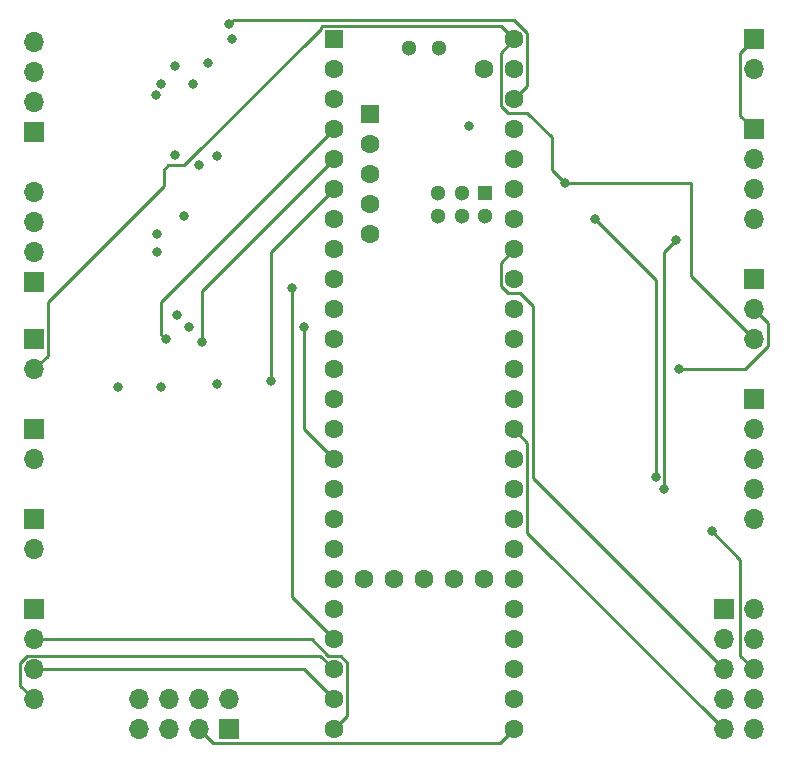
<source format=gbr>
%TF.GenerationSoftware,KiCad,Pcbnew,(5.1.9-0-10_14)*%
%TF.CreationDate,2021-04-06T21:39:04+02:00*%
%TF.ProjectId,Silviaduino,53696c76-6961-4647-9569-6e6f2e6b6963,rev?*%
%TF.SameCoordinates,Original*%
%TF.FileFunction,Copper,L4,Bot*%
%TF.FilePolarity,Positive*%
%FSLAX46Y46*%
G04 Gerber Fmt 4.6, Leading zero omitted, Abs format (unit mm)*
G04 Created by KiCad (PCBNEW (5.1.9-0-10_14)) date 2021-04-06 21:39:04*
%MOMM*%
%LPD*%
G01*
G04 APERTURE LIST*
%TA.AperFunction,ComponentPad*%
%ADD10O,1.700000X1.700000*%
%TD*%
%TA.AperFunction,ComponentPad*%
%ADD11R,1.700000X1.700000*%
%TD*%
%TA.AperFunction,ComponentPad*%
%ADD12C,1.300000*%
%TD*%
%TA.AperFunction,ComponentPad*%
%ADD13C,1.600000*%
%TD*%
%TA.AperFunction,ComponentPad*%
%ADD14R,1.300000X1.300000*%
%TD*%
%TA.AperFunction,ComponentPad*%
%ADD15R,1.600000X1.600000*%
%TD*%
%TA.AperFunction,ViaPad*%
%ADD16C,0.800000*%
%TD*%
%TA.AperFunction,Conductor*%
%ADD17C,0.250000*%
%TD*%
G04 APERTURE END LIST*
D10*
%TO.P,J1,4*%
%TO.N,RTD1F+*%
X154940000Y-53594000D03*
%TO.P,J1,3*%
%TO.N,RTD1IN+*%
X154940000Y-56134000D03*
%TO.P,J1,2*%
%TO.N,RTD1IN-*%
X154940000Y-58674000D03*
D11*
%TO.P,J1,1*%
%TO.N,RTD1F-*%
X154940000Y-61214000D03*
%TD*%
D10*
%TO.P,J12,2*%
%TO.N,GND*%
X215900000Y-55880000D03*
D11*
%TO.P,J12,1*%
%TO.N,+9V*%
X215900000Y-53340000D03*
%TD*%
D12*
%TO.P,U3,66*%
%TO.N,Net-(U3-Pad66)*%
X189230000Y-54070000D03*
%TO.P,U3,67*%
%TO.N,Net-(U3-Pad67)*%
X186690000Y-54070000D03*
D13*
%TO.P,U3,54*%
%TO.N,Net-(U3-Pad54)*%
X193040000Y-99060000D03*
%TO.P,U3,53*%
%TO.N,Net-(U3-Pad53)*%
X190500000Y-99060000D03*
%TO.P,U3,52*%
%TO.N,Net-(U3-Pad52)*%
X187960000Y-99060000D03*
%TO.P,U3,51*%
%TO.N,Net-(U3-Pad51)*%
X185420000Y-99060000D03*
%TO.P,U3,50*%
%TO.N,Net-(U3-Pad50)*%
X182880000Y-99060000D03*
D12*
%TO.P,U3,62*%
%TO.N,Net-(U3-Pad62)*%
X189141600Y-66310000D03*
%TO.P,U3,63*%
%TO.N,Net-(U3-Pad63)*%
X189141600Y-68310000D03*
%TO.P,U3,64*%
%TO.N,Net-(U3-Pad64)*%
X191141600Y-68310000D03*
%TO.P,U3,61*%
%TO.N,Net-(U3-Pad61)*%
X191141600Y-66310000D03*
%TO.P,U3,65*%
%TO.N,Net-(U3-Pad65)*%
X193141600Y-68310000D03*
D14*
%TO.P,U3,60*%
%TO.N,Net-(U3-Pad60)*%
X193141600Y-66310000D03*
D13*
%TO.P,U3,17*%
%TO.N,Net-(U3-Pad17)*%
X180340000Y-93980000D03*
%TO.P,U3,18*%
%TO.N,TEMP_SPI_MOSI*%
X180340000Y-96520000D03*
%TO.P,U3,19*%
%TO.N,TEMP_SPI_SCK*%
X180340000Y-99060000D03*
%TO.P,U3,20*%
%TO.N,TEMP_DRDY0*%
X180340000Y-101600000D03*
%TO.P,U3,16*%
%TO.N,Net-(U3-Pad16)*%
X180340000Y-91440000D03*
%TO.P,U3,15*%
%TO.N,TEMP_DVDD*%
X180340000Y-88900000D03*
%TO.P,U3,14*%
%TO.N,UEXT_MISO*%
X180340000Y-86360000D03*
%TO.P,U3,21*%
%TO.N,TEMP_DRDY1*%
X180340000Y-104140000D03*
%TO.P,U3,22*%
%TO.N,BTN_BREW*%
X180340000Y-106680000D03*
%TO.P,U3,23*%
%TO.N,BTN_WATER*%
X180340000Y-109220000D03*
%TO.P,U3,24*%
%TO.N,BTN_STEAM*%
X180340000Y-111760000D03*
%TO.P,U3,25*%
%TO.N,ESP8266_RST*%
X195580000Y-111760000D03*
%TO.P,U3,26*%
%TO.N,RX_FROM_ESP8266*%
X195580000Y-109220000D03*
%TO.P,U3,27*%
%TO.N,TX_TO_ESP8266*%
X195580000Y-106680000D03*
%TO.P,U3,28*%
%TO.N,ESP8266_CHPD*%
X195580000Y-104140000D03*
%TO.P,U3,29*%
%TO.N,ESP8266_GPIO0*%
X195580000Y-101600000D03*
%TO.P,U3,30*%
%TO.N,TEMP_SPI_CS1*%
X195580000Y-99060000D03*
%TO.P,U3,31*%
%TO.N,ESP8266_GPIO2*%
X195580000Y-96520000D03*
%TO.P,U3,32*%
%TO.N,PROP_SSR_EN*%
X195580000Y-93980000D03*
%TO.P,U3,33*%
%TO.N,Net-(U3-Pad33)*%
X195580000Y-91440000D03*
%TO.P,U3,34*%
%TO.N,GND*%
X195580000Y-88900000D03*
%TO.P,U3,13*%
%TO.N,UEXT_MOSI*%
X180340000Y-83820000D03*
%TO.P,U3,12*%
%TO.N,UEXT_SSEL*%
X180340000Y-81280000D03*
%TO.P,U3,11*%
%TO.N,Net-(U3-Pad11)*%
X180340000Y-78740000D03*
%TO.P,U3,10*%
%TO.N,UEXT_TXD*%
X180340000Y-76200000D03*
%TO.P,U3,9*%
%TO.N,UEXT_RXD*%
X180340000Y-73660000D03*
%TO.P,U3,8*%
%TO.N,Net-(U3-Pad8)*%
X180340000Y-71120000D03*
%TO.P,U3,7*%
%TO.N,Net-(U3-Pad7)*%
X180340000Y-68580000D03*
%TO.P,U3,6*%
%TO.N,SSR3_GATE*%
X180340000Y-66040000D03*
%TO.P,U3,5*%
%TO.N,SSR2_GATE*%
X180340000Y-63500000D03*
%TO.P,U3,4*%
%TO.N,SSR1_GATE*%
X180340000Y-60960000D03*
%TO.P,U3,3*%
%TO.N,TEMP_SPI_MISO*%
X180340000Y-58420000D03*
%TO.P,U3,2*%
%TO.N,TEMP_SPI_CS0*%
X180340000Y-55880000D03*
D15*
%TO.P,U3,1*%
%TO.N,GND*%
X180340000Y-53340000D03*
D13*
%TO.P,U3,35*%
%TO.N,UEXT_SCK*%
X195580000Y-86360000D03*
%TO.P,U3,36*%
%TO.N,Net-(U3-Pad36)*%
X195580000Y-83820000D03*
%TO.P,U3,37*%
%TO.N,Net-(U3-Pad37)*%
X195580000Y-81280000D03*
%TO.P,U3,38*%
%TO.N,I2C_SCL*%
X195580000Y-78740000D03*
%TO.P,U3,39*%
%TO.N,I2C_SDA*%
X195580000Y-76200000D03*
%TO.P,U3,40*%
%TO.N,UEXT_SDA*%
X195580000Y-73660000D03*
%TO.P,U3,41*%
%TO.N,UEXT_SCL*%
X195580000Y-71120000D03*
%TO.P,U3,42*%
%TO.N,Net-(U3-Pad42)*%
X195580000Y-68580000D03*
%TO.P,U3,43*%
%TO.N,ENC_CLK*%
X195580000Y-66040000D03*
%TO.P,U3,44*%
%TO.N,ENC_DT*%
X195580000Y-63500000D03*
%TO.P,U3,45*%
%TO.N,ENC_SW*%
X195580000Y-60960000D03*
%TO.P,U3,46*%
%TO.N,TEMP_DVDD*%
X195580000Y-58420000D03*
%TO.P,U3,47*%
%TO.N,GND*%
X195580000Y-55880000D03*
%TO.P,U3,48*%
%TO.N,+5V*%
X195580000Y-53340000D03*
D15*
%TO.P,U3,55*%
%TO.N,Net-(U3-Pad55)*%
X183390800Y-59639200D03*
D13*
%TO.P,U3,56*%
%TO.N,Net-(U3-Pad56)*%
X183390800Y-62179200D03*
%TO.P,U3,57*%
%TO.N,Net-(U3-Pad57)*%
X183390800Y-64719200D03*
%TO.P,U3,58*%
%TO.N,Net-(U3-Pad58)*%
X183390800Y-67259200D03*
%TO.P,U3,59*%
%TO.N,Net-(U3-Pad59)*%
X183390800Y-69799200D03*
%TO.P,U3,49*%
%TO.N,Net-(U3-Pad49)*%
X193040000Y-55880000D03*
%TD*%
D10*
%TO.P,J11,8*%
%TO.N,GND*%
X163830000Y-109220000D03*
%TO.P,J11,7*%
%TO.N,RX_FROM_ESP8266*%
X163830000Y-111760000D03*
%TO.P,J11,6*%
%TO.N,ESP8266_GPIO2*%
X166370000Y-109220000D03*
%TO.P,J11,5*%
%TO.N,ESP8266_CHPD*%
X166370000Y-111760000D03*
%TO.P,J11,4*%
%TO.N,ESP8266_GPIO0*%
X168910000Y-109220000D03*
%TO.P,J11,3*%
%TO.N,ESP8266_RST*%
X168910000Y-111760000D03*
%TO.P,J11,2*%
%TO.N,TX_TO_ESP8266*%
X171450000Y-109220000D03*
D11*
%TO.P,J11,1*%
%TO.N,TEMP_DVDD*%
X171450000Y-111760000D03*
%TD*%
D10*
%TO.P,J10,10*%
%TO.N,UEXT_SSEL*%
X215900000Y-111760000D03*
%TO.P,J10,9*%
%TO.N,UEXT_SCK*%
X213360000Y-111760000D03*
%TO.P,J10,8*%
%TO.N,UEXT_MOSI*%
X215900000Y-109220000D03*
%TO.P,J10,7*%
%TO.N,UEXT_MISO*%
X213360000Y-109220000D03*
%TO.P,J10,6*%
%TO.N,UEXT_SDA*%
X215900000Y-106680000D03*
%TO.P,J10,5*%
%TO.N,UEXT_SCL*%
X213360000Y-106680000D03*
%TO.P,J10,4*%
%TO.N,UEXT_RXD*%
X215900000Y-104140000D03*
%TO.P,J10,3*%
%TO.N,UEXT_TXD*%
X213360000Y-104140000D03*
%TO.P,J10,2*%
%TO.N,GND*%
X215900000Y-101600000D03*
D11*
%TO.P,J10,1*%
%TO.N,TEMP_DVDD*%
X213360000Y-101600000D03*
%TD*%
D10*
%TO.P,J9,5*%
%TO.N,GND*%
X215900000Y-93980000D03*
%TO.P,J9,4*%
%TO.N,TEMP_DVDD*%
X215900000Y-91440000D03*
%TO.P,J9,3*%
%TO.N,ENC_SW*%
X215900000Y-88900000D03*
%TO.P,J9,2*%
%TO.N,ENC_DT*%
X215900000Y-86360000D03*
D11*
%TO.P,J9,1*%
%TO.N,ENC_CLK*%
X215900000Y-83820000D03*
%TD*%
D10*
%TO.P,J8,4*%
%TO.N,BTN_BREW*%
X154940000Y-109220000D03*
%TO.P,J8,3*%
%TO.N,BTN_WATER*%
X154940000Y-106680000D03*
%TO.P,J8,2*%
%TO.N,BTN_STEAM*%
X154940000Y-104140000D03*
D11*
%TO.P,J8,1*%
%TO.N,GND*%
X154940000Y-101600000D03*
%TD*%
D10*
%TO.P,J7,3*%
%TO.N,+5V*%
X215900000Y-78740000D03*
%TO.P,J7,2*%
%TO.N,PRES_AIN*%
X215900000Y-76200000D03*
D11*
%TO.P,J7,1*%
%TO.N,GND*%
X215900000Y-73660000D03*
%TD*%
D10*
%TO.P,J6,4*%
%TO.N,PROP_SSR_CTRL*%
X215900000Y-68580000D03*
%TO.P,J6,3*%
%TO.N,PROP_SSR_EN*%
X215900000Y-66040000D03*
%TO.P,J6,2*%
%TO.N,GND*%
X215900000Y-63500000D03*
D11*
%TO.P,J6,1*%
%TO.N,+9V*%
X215900000Y-60960000D03*
%TD*%
D10*
%TO.P,J5,2*%
%TO.N,+5V*%
X154940000Y-96520000D03*
D11*
%TO.P,J5,1*%
%TO.N,SSR3_VNEG*%
X154940000Y-93980000D03*
%TD*%
D10*
%TO.P,J4,2*%
%TO.N,+5V*%
X154940000Y-88900000D03*
D11*
%TO.P,J4,1*%
%TO.N,SSR2_VNEG*%
X154940000Y-86360000D03*
%TD*%
D10*
%TO.P,J3,2*%
%TO.N,+5V*%
X154940000Y-81280000D03*
D11*
%TO.P,J3,1*%
%TO.N,SSR1_VNEG*%
X154940000Y-78740000D03*
%TD*%
D10*
%TO.P,J2,4*%
%TO.N,RTD2F+*%
X154940000Y-66294000D03*
%TO.P,J2,3*%
%TO.N,RTD2IN+*%
X154940000Y-68834000D03*
%TO.P,J2,2*%
%TO.N,RTD2IN-*%
X154940000Y-71374000D03*
D11*
%TO.P,J2,1*%
%TO.N,RTD2F-*%
X154940000Y-73914000D03*
%TD*%
D16*
%TO.N,GND*%
X162052000Y-82804000D03*
X170434000Y-82550000D03*
X165354000Y-69850000D03*
X171704000Y-53340000D03*
X165644990Y-82785988D03*
X165675972Y-57149736D03*
%TO.N,SSR1_GATE*%
X166116000Y-78740000D03*
%TO.N,SSR2_GATE*%
X169164000Y-78994000D03*
%TO.N,SSR3_GATE*%
X175006000Y-82296000D03*
%TO.N,I2C_SDA_5V*%
X209296000Y-70358000D03*
X208280000Y-91440000D03*
%TO.N,TEMP_DVDD*%
X168402000Y-57150000D03*
X170434000Y-63246000D03*
X171450000Y-52070000D03*
X177800000Y-77724000D03*
%TO.N,I2C_SCL_5V*%
X202438000Y-68580000D03*
X207554990Y-90424000D03*
%TO.N,+5V*%
X199898000Y-65532000D03*
%TO.N,TEMP_SPI_MISO*%
X165354000Y-71374000D03*
X165238679Y-58049068D03*
%TO.N,TEMP_SPI_SCK*%
X167056333Y-76702653D03*
X166870714Y-63098140D03*
%TO.N,TEMP_SPI_MOSI*%
X168038468Y-77684788D03*
X168910000Y-64008000D03*
%TO.N,TEMP_DRDY0*%
X169672000Y-55372000D03*
%TO.N,TEMP_DRDY1*%
X176784000Y-74422000D03*
%TO.N,PRES_AIN*%
X209550000Y-81280000D03*
%TO.N,UEXT_SDA*%
X212344000Y-94996000D03*
%TO.N,PROP_SSR_EN*%
X191770000Y-60706000D03*
%TO.N,TEMP_VDD*%
X167640000Y-68326000D03*
X166878000Y-55626000D03*
%TD*%
D17*
%TO.N,SSR1_GATE*%
X165716001Y-75583999D02*
X180340000Y-60960000D01*
X165716001Y-78340001D02*
X165716001Y-75583999D01*
X166116000Y-78740000D02*
X165716001Y-78340001D01*
%TO.N,SSR2_GATE*%
X169164000Y-74676000D02*
X180340000Y-63500000D01*
X169164000Y-78994000D02*
X169164000Y-74676000D01*
%TO.N,SSR3_GATE*%
X175006000Y-71374000D02*
X180340000Y-66040000D01*
X175006000Y-82296000D02*
X175006000Y-71374000D01*
%TO.N,I2C_SDA_5V*%
X208280000Y-71374000D02*
X208280000Y-91440000D01*
X209296000Y-70358000D02*
X208280000Y-71374000D01*
%TO.N,TEMP_DVDD*%
X171849999Y-51670001D02*
X195575003Y-51670001D01*
X196705001Y-57294999D02*
X195580000Y-58420000D01*
X196705001Y-52799999D02*
X196705001Y-57294999D01*
X195575003Y-51670001D02*
X196705001Y-52799999D01*
X171450000Y-52070000D02*
X171849999Y-51670001D01*
X180340000Y-88900000D02*
X179197510Y-87757510D01*
X177800000Y-86360000D02*
X180340000Y-88900000D01*
X177800000Y-77724000D02*
X177800000Y-86360000D01*
%TO.N,I2C_SCL_5V*%
X202438000Y-68580000D02*
X207554990Y-73696990D01*
X207554990Y-73696990D02*
X207554990Y-90424000D01*
%TO.N,+9V*%
X214724999Y-59784999D02*
X215900000Y-60960000D01*
X214724999Y-54515001D02*
X214724999Y-59784999D01*
X215900000Y-53340000D02*
X214724999Y-54515001D01*
%TO.N,+5V*%
X165893737Y-64406028D02*
X166312519Y-63987246D01*
X179214999Y-52433001D02*
X179214999Y-52279999D01*
X156115001Y-80104999D02*
X156115001Y-75532999D01*
X166312519Y-63987246D02*
X167660754Y-63987246D01*
X156115001Y-75532999D02*
X165893737Y-65754263D01*
X179214999Y-52279999D02*
X179279999Y-52214999D01*
X167660754Y-63987246D02*
X179214999Y-52433001D01*
X194454999Y-52214999D02*
X195580000Y-53340000D01*
X179279999Y-52214999D02*
X194454999Y-52214999D01*
X165893737Y-65754263D02*
X165893737Y-64406028D01*
X154940000Y-81280000D02*
X156115001Y-80104999D01*
X198755000Y-64389000D02*
X198755000Y-61595000D01*
X199898000Y-65532000D02*
X198755000Y-64389000D01*
X194454999Y-54465001D02*
X195580000Y-53340000D01*
X194454999Y-58960001D02*
X194454999Y-54465001D01*
X198755000Y-61595000D02*
X196705001Y-59545001D01*
X196705001Y-59545001D02*
X195039999Y-59545001D01*
X195039999Y-59545001D02*
X194454999Y-58960001D01*
X199898000Y-65532000D02*
X210566000Y-65532000D01*
X210566000Y-73406000D02*
X215900000Y-78740000D01*
X210566000Y-65532000D02*
X210566000Y-73406000D01*
%TO.N,TEMP_DRDY1*%
X176784000Y-100584000D02*
X180340000Y-104140000D01*
X176784000Y-74422000D02*
X176784000Y-100584000D01*
%TO.N,PRES_AIN*%
X217075001Y-79304001D02*
X217075001Y-77375001D01*
X217075001Y-77375001D02*
X215900000Y-76200000D01*
X215099002Y-81280000D02*
X217075001Y-79304001D01*
X209550000Y-81280000D02*
X215099002Y-81280000D01*
%TO.N,BTN_BREW*%
X153764999Y-108044999D02*
X153764999Y-106115999D01*
X154940000Y-109220000D02*
X153764999Y-108044999D01*
X179164999Y-105504999D02*
X180340000Y-106680000D01*
X154375999Y-105504999D02*
X179164999Y-105504999D01*
X153764999Y-106115999D02*
X154375999Y-105504999D01*
%TO.N,BTN_WATER*%
X177800000Y-106680000D02*
X180340000Y-109220000D01*
X154940000Y-106680000D02*
X177800000Y-106680000D01*
%TO.N,BTN_STEAM*%
X180880001Y-105554999D02*
X181465001Y-106139999D01*
X178436410Y-104140000D02*
X179851409Y-105554999D01*
X181465001Y-106139999D02*
X181465001Y-110634999D01*
X154940000Y-104140000D02*
X178436410Y-104140000D01*
X179851409Y-105554999D02*
X180880001Y-105554999D01*
X181465001Y-110634999D02*
X180340000Y-111760000D01*
%TO.N,ESP8266_RST*%
X194404999Y-112935001D02*
X195580000Y-111760000D01*
X170085001Y-112935001D02*
X194404999Y-112935001D01*
X168910000Y-111760000D02*
X170085001Y-112935001D01*
%TO.N,UEXT_SCK*%
X196705001Y-95105001D02*
X213360000Y-111760000D01*
X196705001Y-87485001D02*
X196705001Y-95105001D01*
X195580000Y-86360000D02*
X196705001Y-87485001D01*
%TO.N,UEXT_SDA*%
X214725999Y-97377999D02*
X212344000Y-94996000D01*
X214725999Y-105505999D02*
X214725999Y-97377999D01*
X215900000Y-106680000D02*
X214725999Y-105505999D01*
%TO.N,UEXT_SCL*%
X195039999Y-74785001D02*
X194454999Y-74200001D01*
X194454999Y-74200001D02*
X194454999Y-72245001D01*
X213360000Y-106680000D02*
X197171600Y-90491600D01*
X197171600Y-75888010D02*
X196068591Y-74785001D01*
X197171600Y-90491600D02*
X197171600Y-75888010D01*
X196068591Y-74785001D02*
X195039999Y-74785001D01*
X194454999Y-72245001D02*
X195580000Y-71120000D01*
%TD*%
M02*

</source>
